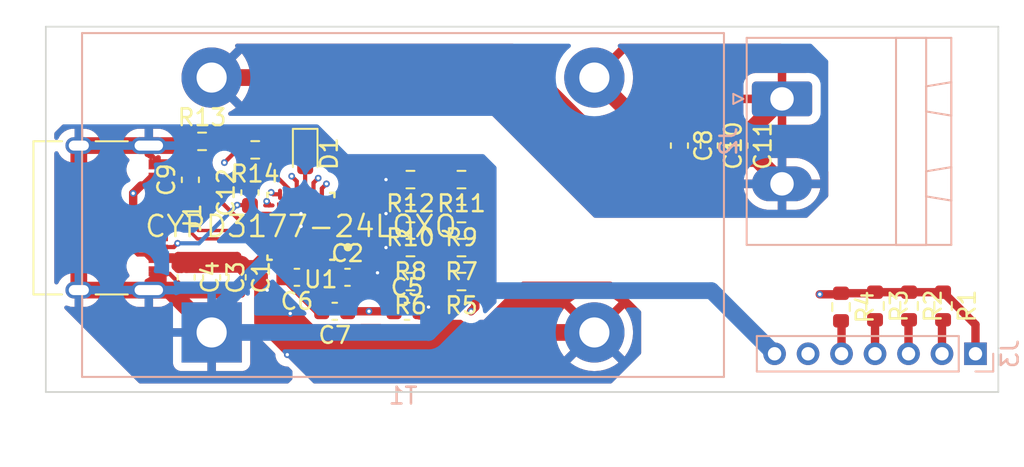
<source format=kicad_pcb>
(kicad_pcb (version 20211014) (generator pcbnew)
  (layers (0 "F.Cu" signal) (1 "In1.Cu" signal) (2 "In2.Cu" signal) (31 "B.Cu" signal) (34 "B.Paste" user) (35 "F.Paste" user) (36 "B.SilkS" user "B.Silkscreen") (37 "F.SilkS" user "F.Silkscreen") (38 "B.Mask" user) (39 "F.Mask" user) (44 "Edge.Cuts" user))
  (net 0 "")
  (net 1 "VBUS_IN")
  (net 2 "GND")
  (net 3 "+1V8")
  (net 4 "+3V3")
  (net 5 "VBUS_OUT")
  (net 6 "GND2")
  (net 7 "CC1")
  (net 8 "CC2")
  (net 9 "Net-(D1-Pad1)")
  (net 10 "Net-(D1-Pad2)")
  (net 12 "D+")
  (net 13 "D-")
  (net 15 "HPI_INT")
  (net 16 "GPIO_1")
  (net 17 "FLIP")
  (net 18 "HPI_SDA")
  (net 19 "HPI_SCL")
  (net 20 "VBUS_MIN")
  (net 21 "VBUS_MAX")
  (net 22 "ISNK_COURSE")
  (net 23 "ISNK_FINE")
  (net 24 "Net-(R14-Pad1)")
  (footprint "Connector_USB:USB_C_Receptacle_XKB_U262-16XN-4BVC11" (layer "F.Cu") (at 53.34 78.74 -90)
    (fp_text reference "J1" (at 0 -5.715 90) (layer "F.SilkS"))
    (fp_text value "USB_C_Receptacle_USB2.0")
    (fp_line (start 4.58 3.785) (end -4.58 3.785) (layer "F.SilkS") (width 0.12))
    (fp_line (start 4.58 2.08) (end 4.58 3.785) (layer "F.SilkS") (width 0.12))
    (fp_line (start -4.58 3.785) (end -4.58 2.08) (layer "F.SilkS") (width 0.12))
    (fp_line (start 4.58 0.07) (end 4.58 -1.85) (layer "F.SilkS") (width 0.12))
    (fp_line (start -4.58 -1.85) (end -4.58 0.07) (layer "F.SilkS") (width 0.12))
    (pad "" np_thru_hole circle locked (at -2.89 -2.605 270) (size 0.65 0.65) (drill 0.65) (layers *.Cu *.Mask))
    (pad "" np_thru_hole circle locked (at 2.89 -2.605 270) (size 0.65 0.65) (drill 0.65) (layers *.Cu *.Mask))
    (pad "A1" smd rect locked (at -3.35 -3.67 270) (size 0.3 1.15) (layers "F.Cu" "F.Paste" "F.Mask") (net 2 "GND"))
    (pad "A4" smd rect locked (at -2.55 -3.67 270) (size 0.3 1.15) (layers "F.Cu" "F.Paste" "F.Mask") (net 1 "VBUS_IN"))
    (pad "A5" smd rect locked (at -1.25 -3.67 270) (size 0.3 1.15) (layers "F.Cu" "F.Paste" "F.Mask") (net 7 "CC1"))
    (pad "A6" smd rect locked (at -0.25 -3.67 270) (size 0.3 1.15) (layers "F.Cu" "F.Paste" "F.Mask") (net 12 "D+"))
    (pad "A7" smd rect locked (at 0.25 -3.67 270) (size 0.3 1.15) (layers "F.Cu" "F.Paste" "F.Mask") (net 13 "D-"))
    (pad "A8" smd rect locked (at 1.25 -3.67 270) (size 0.3 1.15) (layers "F.Cu" "F.Paste" "F.Mask"))
    (pad "A9" smd rect locked (at 2.55 -3.67 270) (size 0.3 1.15) (layers "F.Cu" "F.Paste" "F.Mask") (net 1 "VBUS_IN"))
    (pad "A12" smd rect locked (at 3.35 -3.67 270) (size 0.3 1.15) (layers "F.Cu" "F.Paste" "F.Mask") (net 2 "GND"))
    (pad "B1" smd rect locked (at 3.05 -3.67 270) (size 0.3 1.15) (layers "F.Cu" "F.Paste" "F.Mask") (net 2 "GND"))
    (pad "B4" smd rect locked (at 2.25 -3.67 270) (size 0.3 1.15) (layers "F.Cu" "F.Paste" "F.Mask") (net 1 "VBUS_IN"))
    (pad "B5" smd rect locked (at 1.75 -3.67 270) (size 0.3 1.15) (layers "F.Cu" "F.Paste" "F.Mask") (net 8 "CC2"))
    (pad "B6" smd rect locked (at 0.75 -3.67 270) (size 0.3 1.15) (layers "F.Cu" "F.Paste" "F.Mask") (net 12 "D+"))
    (pad "B7" smd rect locked (at -0.75 -3.67 270) (size 0.3 1.15) (layers "F.Cu" "F.Paste" "F.Mask") (net 13 "D-"))
    (pad "B8" smd rect locked (at -1.75 -3.67 270) (size 0.3 1.15) (layers "F.Cu" "F.Paste" "F.Mask"))
    (pad "B9" smd rect locked (at -2.25 -3.67 270) (size 0.3 1.15) (layers "F.Cu" "F.Paste" "F.Mask") (net 1 "VBUS_IN"))
    (pad "B12" smd rect locked (at -3.05 -3.67 270) (size 0.3 1.15) (layers "F.Cu" "F.Paste" "F.Mask") (net 2 "GND"))
    (pad "S1" thru_hole oval locked (at -4.32 1.075 270) (size 1 1.6) (drill oval 0.6 1.2) (layers *.Cu *.Mask) (net 2 "GND"))
    (pad "S1" thru_hole oval locked (at -4.32 -3.105 270) (size 1 2.1) (drill oval 0.6 1.7) (layers *.Cu *.Mask) (net 2 "GND"))
    (pad "S1" thru_hole oval locked (at 4.32 1.075 270) (size 1 1.6) (drill oval 0.6 1.2) (layers *.Cu *.Mask) (net 2 "GND"))
    (pad "S1" thru_hole oval locked (at 4.32 -3.105 270) (size 1 2.1) (drill oval 0.6 1.7) (layers *.Cu *.Mask) (net 2 "GND"))
  )
  (footprint "Resistor_SMD:R_0603_1608Metric" (layer "F.Cu") (at 59.627 74.168)
    (fp_text reference "R13" (at 0 -1.43) (layer "F.SilkS"))
    (fp_text value "2.4k")
    (fp_line (start -0.237258 0.5225) (end 0.237258 0.5225) (layer "F.SilkS") (width 0.12))
    (fp_line (start -0.237258 -0.5225) (end 0.237258 -0.5225) (layer "F.SilkS") (width 0.12))
    (pad "1" smd roundrect locked (at -0.825 0) (size 0.8 0.95) (layers "F.Cu" "F.Paste" "F.Mask") (net 2 "GND"))
    (pad "2" smd roundrect locked (at 0.825 0) (size 0.8 0.95) (layers "F.Cu" "F.Paste" "F.Mask") (net 9 "Net-(D1-Pad1)"))
  )
  (footprint "Resistor_SMD:R_0603_1608Metric" (layer "F.Cu") (at 75.121 82.55 180)
    (fp_text reference "R5" (at 0 -1.43) (layer "F.SilkS"))
    (fp_text value "5.1k")
    (fp_line (start -0.237258 0.5225) (end 0.237258 0.5225) (layer "F.SilkS") (width 0.12))
    (fp_line (start -0.237258 -0.5225) (end 0.237258 -0.5225) (layer "F.SilkS") (width 0.12))
    (pad "1" smd roundrect locked (at -0.825 0 180) (size 0.8 0.95) (layers "F.Cu" "F.Paste" "F.Mask") (net 4 "+3V3"))
    (pad "2" smd roundrect locked (at 0.825 0 180) (size 0.8 0.95) (layers "F.Cu" "F.Paste" "F.Mask") (net 20 "VBUS_MIN"))
  )
  (footprint "Resistor_SMD:R_0603_1608Metric" (layer "F.Cu") (at 72.073 76.454 180)
    (fp_text reference "R12" (at 0 -1.43) (layer "F.SilkS"))
    (fp_text value "DNP")
    (fp_line (start -0.237258 -0.5225) (end 0.237258 -0.5225) (layer "F.SilkS") (width 0.12))
    (fp_line (start -0.237258 0.5225) (end 0.237258 0.5225) (layer "F.SilkS") (width 0.12))
    (pad "1" smd roundrect locked (at -0.825 0 180) (size 0.8 0.95) (layers "F.Cu" "F.Paste" "F.Mask") (net 23 "ISNK_FINE"))
    (pad "2" smd roundrect locked (at 0.825 0 180) (size 0.8 0.95) (layers "F.Cu" "F.Paste" "F.Mask") (net 2 "GND"))
  )
  (footprint "Resistor_SMD:R_0603_1608Metric" (layer "F.Cu") (at 103.886 84.011 -90)
    (fp_text reference "R1" (at 0 -1.43 90) (layer "F.SilkS"))
    (fp_text value "10k")
    (fp_line (start -0.237258 -0.5225) (end 0.237258 -0.5225) (layer "F.SilkS") (width 0.12))
    (fp_line (start -0.237258 0.5225) (end 0.237258 0.5225) (layer "F.SilkS") (width 0.12))
    (pad "1" smd roundrect locked (at -0.825 0 270) (size 0.8 0.95) (layers "F.Cu" "F.Paste" "F.Mask") (net 4 "+3V3"))
    (pad "2" smd roundrect locked (at 0.825 0 270) (size 0.8 0.95) (layers "F.Cu" "F.Paste" "F.Mask") (net 15 "HPI_INT"))
  )
  (footprint "Capacitor_SMD:C_0603_1608Metric" (layer "F.Cu") (at 65.291 82.296 180)
    (fp_text reference "C6" (at 0 -1.43) (layer "F.SilkS"))
    (fp_text value "0.1u")
    (fp_line (start -0.14058 0.51) (end 0.14058 0.51) (layer "F.SilkS") (width 0.12))
    (fp_line (start -0.14058 -0.51) (end 0.14058 -0.51) (layer "F.SilkS") (width 0.12))
    (pad "1" smd roundrect locked (at -0.775 0 180) (size 0.9 0.95) (layers "F.Cu" "F.Paste" "F.Mask") (net 4 "+3V3"))
    (pad "2" smd roundrect locked (at 0.775 0 180) (size 0.9 0.95) (layers "F.Cu" "F.Paste" "F.Mask") (net 2 "GND"))
  )
  (footprint "Capacitor_SMD:C_0603_1608Metric" (layer "F.Cu") (at 89.916 74.422 -90)
    (fp_text reference "C10" (at 0 -1.43 90) (layer "F.SilkS"))
    (fp_text value "1u")
    (fp_line (start -0.14058 0.51) (end 0.14058 0.51) (layer "F.SilkS") (width 0.12))
    (fp_line (start -0.14058 -0.51) (end 0.14058 -0.51) (layer "F.SilkS") (width 0.12))
    (pad "1" smd roundrect locked (at -0.775 0 270) (size 0.9 0.95) (layers "F.Cu" "F.Paste" "F.Mask") (net 5 "VBUS_OUT"))
    (pad "2" smd roundrect locked (at 0.775 0 270) (size 0.9 0.95) (layers "F.Cu" "F.Paste" "F.Mask") (net 6 "GND2"))
  )
  (footprint "Resistor_SMD:R_0603_1608Metric" (layer "F.Cu") (at 72.073 78.486 180)
    (fp_text reference "R10" (at 0 -1.43) (layer "F.SilkS"))
    (fp_text value "5.1k")
    (fp_line (start -0.237258 0.5225) (end 0.237258 0.5225) (layer "F.SilkS") (width 0.12))
    (fp_line (start -0.237258 -0.5225) (end 0.237258 -0.5225) (layer "F.SilkS") (width 0.12))
    (pad "1" smd roundrect locked (at -0.825 0 180) (size 0.8 0.95) (layers "F.Cu" "F.Paste" "F.Mask") (net 22 "ISNK_COURSE"))
    (pad "2" smd roundrect locked (at 0.825 0 180) (size 0.8 0.95) (layers "F.Cu" "F.Paste" "F.Mask") (net 2 "GND"))
  )
  (footprint "LED_SMD:LED_0603_1608Metric" (layer "F.Cu") (at 65.786 74.9045 -90)
    (fp_text reference "D1" (at 0 -1.43 90) (layer "F.SilkS"))
    (fp_text value "LED")
    (fp_line (start -1.485 -0.735) (end -1.485 0.735) (layer "F.SilkS") (width 0.12))
    (fp_line (start -1.485 0.735) (end 0.8 0.735) (layer "F.SilkS") (width 0.12))
    (fp_line (start 0.8 -0.735) (end -1.485 -0.735) (layer "F.SilkS") (width 0.12))
    (pad "1" smd roundrect locked (at -0.7875 0 270) (size 0.875 0.95) (layers "F.Cu" "F.Paste" "F.Mask") (net 9 "Net-(D1-Pad1)"))
    (pad "2" smd roundrect locked (at 0.7875 0 270) (size 0.875 0.95) (layers "F.Cu" "F.Paste" "F.Mask") (net 10 "Net-(D1-Pad2)"))
  )
  (footprint "Capacitor_SMD:C_0603_1608Metric" (layer "F.Cu") (at 88.138 74.422 -90)
    (fp_text reference "C8" (at 0 -1.43 90) (layer "F.SilkS"))
    (fp_text value "10u")
    (fp_line (start -0.14058 -0.51) (end 0.14058 -0.51) (layer "F.SilkS") (width 0.12))
    (fp_line (start -0.14058 0.51) (end 0.14058 0.51) (layer "F.SilkS") (width 0.12))
    (pad "1" smd roundrect locked (at -0.775 0 270) (size 0.9 0.95) (layers "F.Cu" "F.Paste" "F.Mask") (net 5 "VBUS_OUT"))
    (pad "2" smd roundrect locked (at 0.775 0 270) (size 0.9 0.95) (layers "F.Cu" "F.Paste" "F.Mask") (net 6 "GND2"))
  )
  (footprint "Capacitor_SMD:C_0603_1608Metric" (layer "F.Cu") (at 58.674 82.296 -90)
    (fp_text reference "C4" (at 0 -1.43 90) (layer "F.SilkS"))
    (fp_text value "10n")
    (fp_line (start -0.14058 -0.51) (end 0.14058 -0.51) (layer "F.SilkS") (width 0.12))
    (fp_line (start -0.14058 0.51) (end 0.14058 0.51) (layer "F.SilkS") (width 0.12))
    (pad "1" smd roundrect locked (at -0.775 0 270) (size 0.9 0.95) (layers "F.Cu" "F.Paste" "F.Mask") (net 1 "VBUS_IN"))
    (pad "2" smd roundrect locked (at 0.775 0 270) (size 0.9 0.95) (layers "F.Cu" "F.Paste" "F.Mask") (net 2 "GND"))
  )
  (footprint "Resistor_SMD:R_0603_1608Metric" (layer "F.Cu") (at 97.79 84.074 -90)
    (fp_text reference "R4" (at 0 -1.43 90) (layer "F.SilkS"))
    (fp_text value "10k")
    (fp_line (start -0.237258 -0.5225) (end 0.237258 -0.5225) (layer "F.SilkS") (width 0.12))
    (fp_line (start -0.237258 0.5225) (end 0.237258 0.5225) (layer "F.SilkS") (width 0.12))
    (pad "1" smd roundrect locked (at -0.825 0 270) (size 0.8 0.95) (layers "F.Cu" "F.Paste" "F.Mask") (net 4 "+3V3"))
    (pad "2" smd roundrect locked (at 0.825 0 270) (size 0.8 0.95) (layers "F.Cu" "F.Paste" "F.Mask") (net 18 "HPI_SDA"))
  )
  (footprint "CYPD3177-24LQXQ:Cypress_Semiconductor-002-16934-0-C-IPC_C" (layer "F.Cu") (at 65.532 79.248 180)
    (fp_text reference "U1" (at -2.281065 -3.181065) (layer "F.SilkS") (effects (justify right)))
    (fp_text value "CYPD3177-24LQXQ" (at 0 0) (layer "F.SilkS") (effects (font (size 1.27 1.27))))
    (fp_line (start -2 2) (end -1.744641 2) (layer "F.SilkS") (width 0.15))
    (fp_line (start 2 -1.744641) (end 2 -2) (layer "F.SilkS") (width 0.15))
    (fp_line (start -2 2) (end -2 1.744642) (layer "F.SilkS") (width 0.15))
    (fp_line (start -2 -2) (end -1.744641 -2) (layer "F.SilkS") (width 0.15))
    (fp_line (start 1.744642 2) (end 2 2) (layer "F.SilkS") (width 0.15))
    (fp_line (start -2 -1.744641) (end -2 -2) (layer "F.SilkS") (width 0.15))
    (fp_line (start 2 2) (end 2 1.744642) (layer "F.SilkS") (width 0.15))
    (fp_line (start 1.744642 -2) (end 2 -2) (layer "F.SilkS") (width 0.15))
    (fp_circle (center -2.806065 -1.25) (end -2.681065 -1.25) (layer "F.SilkS") (width 0.25) (fill none))
    (pad "1" smd rect locked (at -1.915532 -1.25 180) (size 0.681065 0.239283) (layers "F.Cu" "F.Paste" "F.Mask") (net 20 "VBUS_MIN"))
    (pad "2" smd roundrect locked (at -1.915532 -0.75 180) (size 0.681065 0.239283) (layers "F.Cu" "F.Paste" "F.Mask") (roundrect_rratio 0.5) (net 21 "VBUS_MAX"))
    (pad "3" smd roundrect locked (at -1.915532 -0.25 180) (size 0.681065 0.239283) (layers "F.Cu" "F.Paste" "F.Mask") (roundrect_rratio 0.5))
    (pad "4" smd roundrect locked (at -1.915532 0.250001 180) (size 0.681065 0.239283) (layers "F.Cu" "F.Paste" "F.Mask") (roundrect_rratio 0.5))
    (pad "5" smd roundrect locked (at -1.915532 0.750001 180) (size 0.681065 0.239283) (layers "F.Cu" "F.Paste" "F.Mask") (roundrect_rratio 0.5) (net 22 "ISNK_COURSE"))
    (pad "6" smd roundrect locked (at -1.915532 1.250001 180) (size 0.681065 0.239283) (layers "F.Cu" "F.Paste" "F.Mask") (roundrect_rratio 0.5) (net 23 "ISNK_FINE"))
    (pad "7" smd roundrect locked (at -1.25 1.915533 180) (size 0.239283 0.681065) (layers "F.Cu" "F.Paste" "F.Mask") (roundrect_rratio 0.5) (net 15 "HPI_INT"))
    (pad "8" smd roundrect locked (at -0.75 1.915533 180) (size 0.239283 0.681065) (layers "F.Cu" "F.Paste" "F.Mask") (roundrect_rratio 0.5) (net 16 "GPIO_1"))
    (pad "9" smd roundrect locked (at -0.25 1.915533 180) (size 0.239283 0.681065) (layers "F.Cu" "F.Paste" "F.Mask") (roundrect_rratio 0.5) (net 10 "Net-(D1-Pad2)"))
    (pad "10" smd roundrect locked (at 0.250001 1.915533 180) (size 0.239283 0.681065) (layers "F.Cu" "F.Paste" "F.Mask") (roundrect_rratio 0.5) (net 17 "FLIP"))
    (pad "11" smd roundrect locked (at 0.750001 1.915533 180) (size 0.239283 0.681065) (layers "F.Cu" "F.Paste" "F.Mask") (roundrect_rratio 0.5) (net 24 "Net-(R14-Pad1)"))
    (pad "12" smd roundrect locked (at 1.250001 1.915533 180) (size 0.239283 0.681065) (layers "F.Cu" "F.Paste" "F.Mask") (roundrect_rratio 0.5) (net 18 "HPI_SDA"))
    (pad "13" smd roundrect locked (at 1.915533 1.250001 180) (size 0.681065 0.239283) (layers "F.Cu" "F.Paste" "F.Mask") (roundrect_rratio 0.5) (net 19 "HPI_SCL"))
    (pad "14" smd roundrect locked (at 1.915533 0.750001 180) (size 0.681065 0.239283) (layers "F.Cu" "F.Paste" "F.Mask") (roundrect_rratio 0.5) (net 8 "CC2"))
    (pad "15" smd roundrect locked (at 1.915533 0.250001 180) (size 0.681065 0.239283) (layers "F.Cu" "F.Paste" "F.Mask") (roundrect_rratio 0.5) (net 7 "CC1"))
    (pad "16" smd roundrect locked (at 1.915533 -0.25 180) (size 0.681065 0.239283) (layers "F.Cu" "F.Paste" "F.Mask") (roundrect_rratio 0.5) (net 13 "D-"))
    (pad "17" smd roundrect locked (at 1.915533 -0.75 180) (size 0.681065 0.239283) (layers "F.Cu" "F.Paste" "F.Mask") (roundrect_rratio 0.5) (net 12 "D+"))
    (pad "18" smd roundrect locked (at 1.915533 -1.25 180) (size 0.681065 0.239283) (layers "F.Cu" "F.Paste" "F.Mask") (roundrect_rratio 0.5) (net 1 "VBUS_IN"))
    (pad "19" smd roundrect locked (at 1.250001 -1.915532 180) (size 0.239283 0.681065) (layers "F.Cu" "F.Paste" "F.Mask") (roundrect_rratio 0.5) (net 2 "GND"))
    (pad "20" smd roundrect locked (at 0.750001 -1.915532 180) (size 0.239283 0.681065) (layers "F.Cu" "F.Paste" "F.Mask") (roundrect_rratio 0.5))
    (pad "21" smd roundrect locked (at 0.250001 -1.915532 180) (size 0.239283 0.681065) (layers "F.Cu" "F.Paste" "F.Mask") (roundrect_rratio 0.5))
    (pad "22" smd roundrect locked (at -0.25 -1.915532 180) (size 0.239283 0.681065) (layers "F.Cu" "F.Paste" "F.Mask") (roundrect_rratio 0.5) (net 2 "GND"))
    (pad "23" smd roundrect locked (at -0.75 -1.915532 180) (size 0.239283 0.681065) (layers "F.Cu" "F.Paste" "F.Mask") (roundrect_rratio 0.5) (net 4 "+3V3"))
    (pad "24" smd roundrect locked (at -1.25 -1.915532 180) (size 0.239283 0.681065) (layers "F.Cu" "F.Paste" "F.Mask") (roundrect_rratio 0.5) (net 3 "+1V8"))
    (pad "25" smd rect locked (at 0 0 180) (size 2.85 2.85) (layers "F.Cu" "F.Mask") (net 2 "GND"))
  )
  (footprint "Capacitor_SMD:C_0603_1608Metric" (layer "F.Cu") (at 91.694 74.422 -90)
    (fp_text reference "C11" (at 0 -1.43 90) (layer "F.SilkS"))
    (fp_text value "0.1u")
    (fp_line (start -0.14058 -0.51) (end 0.14058 -0.51) (layer "F.SilkS") (width 0.12))
    (fp_line (start -0.14058 0.51) (end 0.14058 0.51) (layer "F.SilkS") (width 0.12))
    (pad "1" smd roundrect locked (at -0.775 0 270) (size 0.9 0.95) (layers "F.Cu" "F.Paste" "F.Mask") (net 5 "VBUS_OUT"))
    (pad "2" smd roundrect locked (at 0.775 0 270) (size 0.9 0.95) (layers "F.Cu" "F.Paste" "F.Mask") (net 6 "GND2"))
  )
  (footprint "Resistor_SMD:R_0603_1608Metric" (layer "F.Cu") (at 75.121 76.454 180)
    (fp_text reference "R11" (at 0 -1.43) (layer "F.SilkS"))
    (fp_text value "5.1k")
    (fp_line (start -0.237258 0.5225) (end 0.237258 0.5225) (layer "F.SilkS") (width 0.12))
    (fp_line (start -0.237258 -0.5225) (end 0.237258 -0.5225) (layer "F.SilkS") (width 0.12))
    (pad "1" smd roundrect locked (at -0.825 0 180) (size 0.8 0.95) (layers "F.Cu" "F.Paste" "F.Mask") (net 4 "+3V3"))
    (pad "2" smd roundrect locked (at 0.825 0 180) (size 0.8 0.95) (layers "F.Cu" "F.Paste" "F.Mask") (net 23 "ISNK_FINE"))
  )
  (footprint "Resistor_SMD:R_0603_1608Metric" (layer "F.Cu") (at 75.121 78.486 180)
    (fp_text reference "R9" (at 0 -1.43) (layer "F.SilkS"))
    (fp_text value "DNP")
    (fp_line (start -0.237258 -0.5225) (end 0.237258 -0.5225) (layer "F.SilkS") (width 0.12))
    (fp_line (start -0.237258 0.5225) (end 0.237258 0.5225) (layer "F.SilkS") (width 0.12))
    (pad "1" smd roundrect locked (at -0.825 0 180) (size 0.8 0.95) (layers "F.Cu" "F.Paste" "F.Mask") (net 4 "+3V3"))
    (pad "2" smd roundrect locked (at 0.825 0 180) (size 0.8 0.95) (layers "F.Cu" "F.Paste" "F.Mask") (net 22 "ISNK_COURSE"))
  )
  (footprint "Capacitor_SMD:C_0603_1608Metric" (layer "F.Cu") (at 67.551 84.328 180)
    (fp_text reference "C7" (at 0 -1.43) (layer "F.SilkS"))
    (fp_text value "0.1u")
    (fp_line (start -0.14058 0.51) (end 0.14058 0.51) (layer "F.SilkS") (width 0.12))
    (fp_line (start -0.14058 -0.51) (end 0.14058 -0.51) (layer "F.SilkS") (width 0.12))
    (pad "1" smd roundrect locked (at -0.775 0 180) (size 0.9 0.95) (layers "F.Cu" "F.Paste" "F.Mask") (net 4 "+3V3"))
    (pad "2" smd roundrect locked (at 0.775 0 180) (size 0.9 0.95) (layers "F.Cu" "F.Paste" "F.Mask") (net 2 "GND"))
  )
  (footprint "Resistor_SMD:R_0603_1608Metric" (layer "F.Cu") (at 62.801 74.676 180)
    (fp_text reference "R14" (at 0 -1.43) (layer "F.SilkS"))
    (fp_text value "0")
    (fp_line (start -0.237258 0.5225) (end 0.237258 0.5225) (layer "F.SilkS") (width 0.12))
    (fp_line (start -0.237258 -0.5225) (end 0.237258 -0.5225) (layer "F.SilkS") (width 0.12))
    (pad "1" smd roundrect locked (at -0.825 0 180) (size 0.8 0.95) (layers "F.Cu" "F.Paste" "F.Mask") (net 24 "Net-(R14-Pad1)"))
    (pad "2" smd roundrect locked (at 0.825 0 180) (size 0.8 0.95) (layers "F.Cu" "F.Paste" "F.Mask") (net 1 "VBUS_IN"))
  )
  (footprint "Resistor_SMD:R_0603_1608Metric" (layer "F.Cu") (at 75.121 80.518 180)
    (fp_text reference "R7" (at 0 -1.43) (layer "F.SilkS"))
    (fp_text value "DNP")
    (fp_line (start -0.237258 0.5225) (end 0.237258 0.5225) (layer "F.SilkS") (width 0.12))
    (fp_line (start -0.237258 -0.5225) (end 0.237258 -0.5225) (layer "F.SilkS") (width 0.12))
    (pad "1" smd roundrect locked (at -0.825 0 180) (size 0.8 0.95) (layers "F.Cu" "F.Paste" "F.Mask") (net 4 "+3V3"))
    (pad "2" smd roundrect locked (at 0.825 0 180) (size 0.8 0.95) (layers "F.Cu" "F.Paste" "F.Mask") (net 21 "VBUS_MAX"))
  )
  (footprint "Resistor_SMD:R_0603_1608Metric" (layer "F.Cu") (at 72.073 80.518 180)
    (fp_text reference "R8" (at 0 -1.43) (layer "F.SilkS"))
    (fp_text value "5.1k")
    (fp_line (start -0.237258 0.5225) (end 0.237258 0.5225) (layer "F.SilkS") (width 0.12))
    (fp_line (start -0.237258 -0.5225) (end 0.237258 -0.5225) (layer "F.SilkS") (width 0.12))
    (pad "1" smd roundrect locked (at -0.825 0 180) (size 0.8 0.95) (layers "F.Cu" "F.Paste" "F.Mask") (net 21 "VBUS_MAX"))
    (pad "2" smd roundrect locked (at 0.825 0 180) (size 0.8 0.95) (layers "F.Cu" "F.Paste" "F.Mask") (net 2 "GND"))
  )
  (footprint "Capacitor_SMD:C_0603_1608Metric" (layer "F.Cu") (at 68.313 82.296)
    (fp_text reference "C2" (at 0 -1.43) (layer "F.SilkS"))
    (fp_text value "1u")
    (fp_line (start -0.14058 0.51) (end 0.14058 0.51) (layer "F.SilkS") (width 0.12))
    (fp_line (start -0.14058 -0.51) (end 0.14058 -0.51) (layer "F.SilkS") (width 0.12))
    (pad "1" smd roundrect locked (at -0.775 0) (size 0.9 0.95) (layers "F.Cu" "F.Paste" "F.Mask") (net 3 "+1V8"))
    (pad "2" smd roundrect locked (at 0.775 0) (size 0.9 0.95) (layers "F.Cu" "F.Paste" "F.Mask") (net 2 "GND"))
  )
  (footprint "Resistor_SMD:R_0603_1608Metric" (layer "F.Cu") (at 101.854 84.011 -90)
    (fp_text reference "R2" (at 0 -1.43 90) (layer "F.SilkS"))
    (fp_text value "10k")
    (fp_line (start -0.237258 0.5225) (end 0.237258 0.5225) (layer "F.SilkS") (width 0.12))
    (fp_line (start -0.237258 -0.5225) (end 0.237258 -0.5225) (layer "F.SilkS") (width 0.12))
    (pad "1" smd roundrect locked (at -0.825 0 270) (size 0.8 0.95) (layers "F.Cu" "F.Paste" "F.Mask") (net 4 "+3V3"))
    (pad "2" smd roundrect locked (at 0.825 0 270) (size 0.8 0.95) (layers "F.Cu" "F.Paste" "F.Mask") (net 16 "GPIO_1"))
  )
  (footprint "Capacitor_SMD:C_0603_1608Metric" (layer "F.Cu") (at 60.198 82.309 -90)
    (fp_text reference "C3" (at 0 -1.43 90) (layer "F.SilkS"))
    (fp_text value "0.1u")
    (fp_line (start -0.14058 -0.51) (end 0.14058 -0.51) (layer "F.SilkS") (width 0.12))
    (fp_line (start -0.14058 0.51) (end 0.14058 0.51) (layer "F.SilkS") (width 0.12))
    (pad "1" smd roundrect locked (at -0.775 0 270) (size 0.9 0.95) (layers "F.Cu" "F.Paste" "F.Mask") (net 1 "VBUS_IN"))
    (pad "2" smd roundrect locked (at 0.775 0 270) (size 0.9 0.95) (layers "F.Cu" "F.Paste" "F.Mask") (net 2 "GND"))
  )
  (footprint "Capacitor_SMD:C_0603_1608Metric" (layer "F.Cu") (at 62.484 77.229 90)
    (fp_text reference "C12" (at 0 -1.43 90) (layer "F.SilkS"))
    (fp_text value "390p")
    (fp_line (start -0.14058 0.51) (end 0.14058 0.51) (layer "F.SilkS") (width 0.12))
    (fp_line (start -0.14058 -0.51) (end 0.14058 -0.51) (layer "F.SilkS") (width 0.12))
    (pad "1" smd roundrect locked (at -0.775 0 90) (size 0.9 0.95) (layers "F.Cu" "F.Paste" "F.Mask") (net 8 "CC2"))
    (pad "2" smd roundrect locked (at 0.775 0 90) (size 0.9 0.95) (layers "F.Cu" "F.Paste" "F.Mask") (net 2 "GND"))
  )
  (footprint "Capacitor_SMD:C_0603_1608Metric" (layer "F.Cu") (at 61.722 82.296 -90)
    (fp_text reference "C1" (at 0 -1.43 90) (layer "F.SilkS"))
    (fp_text value "3.3u")
    (fp_line (start -0.14058 0.51) (end 0.14058 0.51) (layer "F.SilkS") (width 0.12))
    (fp_line (start -0.14058 -0.51) (end 0.14058 -0.51) (layer "F.SilkS") (width 0.12))
    (pad "1" smd roundrect locked (at -0.775 0 270) (size 0.9 0.95) (layers "F.Cu" "F.Paste" "F.Mask") (net 1 "VBUS_IN"))
    (pad "2" smd roundrect locked (at 0.775 0 270) (size 0.9 0.95) (layers "F.Cu" "F.Paste" "F.Mask") (net 2 "GND"))
  )
  (footprint "Capacitor_SMD:C_0603_1608Metric" (layer "F.Cu") (at 71.869 84.328)
    (fp_text reference "C5" (at 0 -1.43) (layer "F.SilkS"))
    (fp_text value "1u")
    (fp_line (start -0.14058 0.51) (end 0.14058 0.51) (layer "F.SilkS") (width 0.12))
    (fp_line (start -0.14058 -0.51) (end 0.14058 -0.51) (layer "F.SilkS") (width 0.12))
    (pad "1" smd roundrect locked (at -0.775 0) (size 0.9 0.95) (layers "F.Cu" "F.Paste" "F.Mask") (net 4 "+3V3"))
    (pad "2" smd roundrect locked (at 0.775 0) (size 0.9 0.95) (layers "F.Cu" "F.Paste" "F.Mask") (net 2 "GND"))
  )
  (footprint "Capacitor_SMD:C_0603_1608Metric" (layer "F.Cu") (at 58.928 76.467 90)
    (fp_text reference "C9" (at 0 -1.43 90) (layer "F.SilkS"))
    (fp_text value "390p")
    (fp_line (start -0.14058 0.51) (end 0.14058 0.51) (layer "F.SilkS") (width 0.12))
    (fp_line (start -0.14058 -0.51) (end 0.14058 -0.51) (layer "F.SilkS") (width 0.12))
    (pad "1" smd roundrect locked (at -0.775 0 90) (size 0.9 0.95) (layers "F.Cu" "F.Paste" "F.Mask") (net 7 "CC1"))
    (pad "2" smd roundrect locked (at 0.775 0 90) (size 0.9 0.95) (layers "F.Cu" "F.Paste" "F.Mask") (net 2 "GND"))
  )
  (footprint "Resistor_SMD:R_0603_1608Metric" (layer "F.Cu") (at 99.822 84.011 -90)
    (fp_text reference "R3" (at 0 -1.43 90) (layer "F.SilkS"))
    (fp_text value "10k")
    (fp_line (start -0.237258 0.5225) (end 0.237258 0.5225) (layer "F.SilkS") (width 0.12))
    (fp_line (start -0.237258 -0.5225) (end 0.237258 -0.5225) (layer "F.SilkS") (width 0.12))
    (pad "1" smd roundrect locked (at -0.825 0 270) (size 0.8 0.95) (layers "F.Cu" "F.Paste" "F.Mask") (net 4 "+3V3"))
    (pad "2" smd roundrect locked (at 0.825 0 270) (size 0.8 0.95) (layers "F.Cu" "F.Paste" "F.Mask") (net 17 "FLIP"))
  )
  (footprint "Resistor_SMD:R_0603_1608Metric" (layer "F.Cu") (at 72.073 82.55 180)
    (fp_text reference "R6" (at 0 -1.43) (layer "F.SilkS"))
    (fp_text value "DNP")
    (fp_line (start -0.237258 0.5225) (end 0.237258 0.5225) (layer "F.SilkS") (width 0.12))
    (fp_line (start -0.237258 -0.5225) (end 0.237258 -0.5225) (layer "F.SilkS") (width 0.12))
    (pad "1" smd roundrect locked (at -0.825 0 180) (size 0.8 0.95) (layers "F.Cu" "F.Paste" "F.Mask") (net 20 "VBUS_MIN"))
    (pad "2" smd roundrect locked (at 0.825 0 180) (size 0.8 0.95) (layers "F.Cu" "F.Paste" "F.Mask") (net 2 "GND"))
  )
  (footprint "Connector_Phoenix_MSTB:PhoenixContact_MSTBA_2,5_2-G-5,08_1x02_P5.08mm_Horizontal" (layer "B.Cu") (at 94.2665 71.628 -90)
    (fp_text reference "J2" (at 2.54 3.2 90) (layer "B.SilkS") (effects (justify mirror)))
    (fp_text value "Conn_01x02_Female")
    (fp_line (start 0.3 2.91) (end 0 2.31) (layer "B.SilkS") (width 0.12))
    (fp_line (start 4.08 -10.11) (end 6.08 -10.11) (layer "B.SilkS") (width 0.12))
    (fp_line (start 6.08 -10.11) (end 5.83 -8.61) (layer "B.SilkS") (width 0.12))
    (fp_line (start 5.83 -8.61) (end 4.33 -8.61) (layer "B.SilkS") (width 0.12))
    (fp_line (start 8.73 -8.61) (end -3.65 -8.61) (layer "B.SilkS") (width 0.12))
    (fp_line (start -3.65 2.11) (end -3.65 -10.11) (layer "B.SilkS") (width 0.12))
    (fp_line (start -3.65 -6.81) (end 8.73 -6.81) (layer "B.SilkS") (width 0.12))
    (fp_line (start 4.33 -8.61) (end 4.08 -10.11) (layer "B.SilkS") (width 0.12))
    (fp_line (start 8.73 -10.11) (end 8.73 2.11) (layer "B.SilkS") (width 0.12))
    (fp_line (start -0.75 -8.61) (end -1 -10.11) (layer "B.SilkS") (width 0.12))
    (fp_line (start -1 -10.11) (end 1 -10.11) (layer "B.SilkS") (width 0.12))
    (fp_line (start -3.65 -8.61) (end -3.65 -6.81) (layer "B.SilkS") (width 0.12))
    (fp_line (start 0.75 -8.61) (end -0.75 -8.61) (layer "B.SilkS") (width 0.12))
    (fp_line (start 8.73 -6.81) (end 8.73 -8.61) (layer "B.SilkS") (width 0.12))
    (fp_line (start 0 2.31) (end -0.3 2.91) (layer "B.SilkS") (width 0.12))
    (fp_line (start -0.3 2.91) (end 0.3 2.91) (layer "B.SilkS") (width 0.12))
    (fp_line (start 1 -10.11) (end 0.75 -8.61) (layer "B.SilkS") (width 0.12))
    (fp_line (start 8.73 2.11) (end -3.65 2.11) (layer "B.SilkS") (width 0.12))
    (fp_line (start -3.65 -10.11) (end 8.73 -10.11) (layer "B.SilkS") (width 0.12))
    (pad "1" thru_hole roundrect locked (at 0 0 270) (size 2.08 3.6) (drill 1.4) (layers *.Cu *.Mask) (roundrect_rratio 0.1201918269) (net 5 "VBUS_OUT"))
    (pad "2" thru_hole oval locked (at 5.08 0 270) (size 2.08 3.6) (drill 1.4) (layers *.Cu *.Mask) (net 6 "GND2"))
  )
  (footprint "Inductor_THT:L_CommonMode_Toroid_Vertical_L38.1mm_W20.3mm_Px15.24mm_Py22.86mm_Bourns_8100" (layer "B.Cu") (at 60.198 85.593)
    (fp_text reference "T1" (at 11.43 3.79) (layer "B.SilkS") (effects (justify mirror)))
    (fp_text value "Transformer_1P_1S")
    (fp_line (start -7.74 -17.9) (end 30.6 -17.9) (layer "B.SilkS") (width 0.12))
    (fp_line (start 30.6 2.66) (end 30.6 -17.9) (layer "B.SilkS") (width 0.12))
    (fp_line (start -7.74 2.66) (end -7.74 -17.9) (layer "B.SilkS") (width 0.12))
    (fp_line (start -7.74 2.66) (end 30.6 2.66) (layer "B.SilkS") (width 0.12))
    (pad "1" thru_hole rect locked (at 0 0) (size 3.6 3.6) (drill 1.8) (layers *.Cu *.Mask) (net 2 "GND"))
    (pad "2" thru_hole circle locked (at 0 -15.24) (size 3.6 3.6) (drill 1.8) (layers *.Cu *.Mask) (net 6 "GND2"))
    (pad "3" thru_hole circle locked (at 22.86 -15.24) (size 3.6 3.6) (drill 1.8) (layers *.Cu *.Mask) (net 5 "VBUS_OUT"))
    (pad "4" thru_hole circle locked (at 22.86 0) (size 3.6 3.6) (drill 1.8) (layers *.Cu *.Mask) (net 1 "VBUS_IN"))
  )
  (footprint "Connector_PinHeader_2.00mm:PinHeader_1x07_P2.00mm_Vertical" (layer "B.Cu") (at 105.822 86.868 90)
    (fp_text reference "J3" (at 0 2.06 90) (layer "B.SilkS") (effects (justify mirror)))
    (fp_text value "Conn_01x07_Male")
    (fp_line (start -1.06 -1) (end -1.06 -13.06) (layer "B.SilkS") (width 0.12))
    (fp_line (start -1.06 1.06) (end 0 1.06) (layer "B.SilkS") (width 0.12))
    (fp_line (start 1.06 -1) (end 1.06 -13.06) (layer "B.SilkS") (width 0.12))
    (fp_line (start -1.06 -13.06) (end 1.06 -13.06) (layer "B.SilkS") (width 0.12))
    (fp_line (start -1.06 -1) (end 1.06 -1) (layer "B.SilkS") (width 0.12))
    (fp_line (start -1.06 0) (end -1.06 1.06) (layer "B.SilkS") (width 0.12))
    (pad "1" thru_hole rect locked (at 0 0 90) (size 1.35 1.35) (drill 0.8) (layers *.Cu *.Mask) (net 4 "+3V3"))
    (pad "2" thru_hole oval locked (at 0 -2 90) (size 1.35 1.35) (drill 0.8) (layers *.Cu *.Mask) (net 15 "HPI_INT"))
    (pad "3" thru_hole oval locked (at 0 -4 90) (size 1.35 1.35) (drill 0.8) (layers *.Cu *.Mask) (net 16 "GPIO_1"))
    (pad "4" thru_hole oval locked (at 0 -6 90) (size 1.35 1.35) (drill 0.8) (layers *.Cu *.Mask) (net 17 "FLIP"))
    (pad "5" thru_hole oval locked (at 0 -8 90) (size 1.35 1.35) (drill 0.8) (layers *.Cu *.Mask) (net 18 "HPI_SDA"))
    (pad "6" thru_hole oval locked (at 0 -10 90) (size 1.35 1.35) (drill 0.8) (layers *.Cu *.Mask) (net 19 "HPI_SCL"))
    (pad "7" thru_hole oval locked (at 0 -12 90) (size 1.35 1.35) (drill 0.8) (layers *.Cu *.Mask) (net 2 "GND"))
  )
  (gr_line (start 107.188 67.564) (end 107.188 67.31) (layer "Edge.Cuts") (width 0.1))
  (gr_line (start 50.292 89.154) (end 107.188 89.154) (layer "Edge.Cuts") (width 0.1))
  (gr_line (start 107.188 67.31) (end 50.292 67.31) (layer "Edge.Cuts") (width 0.1))
  (gr_line (start 107.188 89.154) (end 107.188 67.564) (layer "Edge.Cuts") (width 0.1))
  (gr_line (start 50.292 67.31) (end 50.292 89.154) (layer "Edge.Cuts") (width 0.1))
  (segment (start 57.01 81.29) (end 58.443 81.29) (width 0.25) (layer "F.Cu") (net 1))
  (segment (start 58.034511 81.190489) (end 58.343489 81.190489) (width 0.5) (layer "F.Cu") (net 1))
  (segment (start 58.443 81.29) (end 58.674 81.521) (width 0.25) (layer "F.Cu") (net 1))
  (segment (start 57.01 76.19) (end 56.594273 76.19) (width 0.25) (layer "F.Cu") (net 1))
  (segment (start 58.057747 81.642253) (end 58.057747 81.213725) (width 0.5) (layer "F.Cu") (net 1))
  (segment (start 55.510987 77.273286) (end 55.510987 80.656987) (width 0.5) (layer "F.Cu") (net 1))
  (segment (start 61.976 74.676) (end 61.722 74.676) (width 0.25) (layer "F.Cu") (net 1))
  (segment (start 61.722 81.521) (end 60.211 81.521) (width 1) (layer "F.Cu") (net 1))
  (segment (start 58.203494 81.788) (end 58.057747 81.642253) (width 0.5) (layer "F.Cu") (net 1))
  (segment (start 62.593467 81.521) (end 63.616467 80.498) (width 0.25) (layer "F.Cu") (net 1))
  (segment (start 61.954468 81.521) (end 64.892734 84.459266) (width 1) (layer "F.Cu") (net 1))
  (segment (start 61.722 81.521) (end 62.593467 81.521) (width 0.25) (layer "F.Cu") (net 1))
  (segment (start 57.01 80.99) (end 58.143 80.99) (width 0.25) (layer "F.Cu") (net 1))
  (segment (start 57.884022 80.99) (end 57.01 80.99) (width 0.25) (layer "F.Cu") (net 1))
  (segment (start 55.510987 77.273286) (end 55.510988 77.273286) (width 0.5) (layer "F.Cu") (net 1))
  (segment (start 61.722 81.026) (end 58.199 81.026) (width 0.5) (layer "F.Cu") (net 1))
  (segment (start 61.722 74.676) (end 60.96 75.438) (width 0.25) (layer "F.Cu") (net 1))
  (segment (start 63.5165 83.062266) (end 63.5165 83.083032) (width 0.25) (layer "F.Cu") (net 1))
  (segment (start 60.211 81.521) (end 60.198 81.534) (width 1) (layer "F.Cu") (net 1))
  (segment (start 55.784479 80.930479) (end 56.234752 80.930479) (width 0.25) (layer "F.Cu") (net 1))
  (segment (start 58.674 81.521) (end 58.407 81.788) (width 0.5) (layer "F.Cu") (net 1))
  (segment (start 66.026468 85.593) (end 83.058 85.593) (width 1) (layer "F.Cu") (net 1))
  (segment (start 58.143 80.99) (end 58.674 81.521) (width 0.25) (layer "F.Cu") (net 1))
  (segment (start 58.407 81.788) (end 58.203494 81.788) (width 0.5) (layer "F.Cu") (net 1))
  (segment (start 58.687 81.534) (end 58.674 81.521) (width 1) (layer "F.Cu") (net 1))
  (segment (start 61.722 81.521) (end 61.954468 81.521) (width 1) (layer "F.Cu") (net 1))
  (segment (start 58.343489 81.190489) (end 58.674 81.521) (width 0.5) (layer "F.Cu") (net 1))
  (segment (start 64.892734 84.459266) (end 66.026468 85.593) (width 1) (layer "F.Cu") (net 1))
  (segment (start 55.510988 77.273286) (end 55.978137 76.806137) (width 0.5) (layer "F.Cu") (net 1))
  (segment (start 56.594273 81.29) (end 57.01 81.29) (width 0.25) (layer "F.Cu") (net 1))
  (segment (start 56.234752 80.930479) (end 56.594273 81.29) (width 0.25) (layer "F.Cu") (net 1))
  (segment (start 64.716264 84.635736) (end 64.716264 86.921737) (width 0.25) (layer "F.Cu") (net 1))
  (segment (start 56.594273 76.19) (end 55.978137 76.806137) (width 0.25) (layer "F.Cu") (net 1))
  (segment (start 64.892734 84.459266) (end 64.716264 84.635736) (width 0.25) (layer "F.Cu") (net 1))
  (segment (start 60.198 81.534) (end 58.687 81.534) (width 1) (layer "F.Cu") (net 1))
  (segment (start 58.057747 81.213725) (end 58.034511 81.190489) (width 0.5) (layer "F.Cu") (net 1))
  (segment (start 58.199 81.026) (end 58.034511 81.190489) (width 0.5) (layer "F.Cu") (net 1))
  (segment (start 61.975234 81.521) (end 63.5165 83.062266) (width 1) (layer "F.Cu") (net 1))
  (segment (start 58.343489 81.190489) (end 57.01 81.190489) (width 0.5) (layer "F.Cu") (net 1))
  (segment (start 63.5165 83.083032) (end 64.892734 84.459266) (width 0.25) (layer "F.Cu") (net 1))
  (segment (start 61.722 81.521) (end 61.722 81.026) (width 0.5) (layer "F.Cu") (net 1))
  (segment (start 55.510987 80.656987) (end 55.784479 80.930479) (width 0.25) (layer "F.Cu") (net 1))
  (segment (start 61.722 81.521) (end 61.975234 81.521) (width 1) (layer "F.Cu") (net 1))
  (via (at 63.5165 83.062266) (size 0.4) (drill 0.2) (layers "F.Cu" "B.Cu") (net 1))
  (via (at 55.510987 77.273286) (size 0.4) (drill 0.2) (layers "F.Cu" "B.Cu") (net 1))
  (via (at 64.892734 84.459266) (size 0.4) (drill 0.2) (layers "F.Cu" "B.Cu") (net 1))
  (via (at 60.96 75.438) (size 0.4) (drill 0.2) (layers "F.Cu" "B.Cu") (net 1))
  (via (at 64.716264 86.921737) (size 0.4) (drill 0.2) (layers "F.Cu" "B.Cu") (net 1))
  (segment (start 57.01 82.495) (end 56.445 83.06) (width 0.5) (layer "F.Cu") (net 2))
  (segment (start 58.663 83.06) (end 58.674 83.071) (width 0.5) (layer "F.Cu") (net 2))
  (segment (start 57.01 82.495) (end 57.01 82.140009) (width 1) (layer "F.Cu") (net 2))
  (segment (start 65.782 79.498) (end 65.532 79.248) (width 0.25) (layer "F.Cu") (net 2))
  (segment (start 57.01 82.09) (end 57.01 82.495) (width 0.5) (layer "F.Cu") (net 2))
  (segment (start 56.445 74.42) (end 52.265 74.42) (width 1) (layer "F.Cu") (net 2))
  (segment (start 60.185 83.071) (end 60.198 83.084) (width 0.5) (layer "F.Cu") (net 2))
  (segment (start 58.55 74.42) (end 58.802 74.168) (width 1) (layer "F.Cu") (net 2))
  (segment (start 64.516 82.296) (end 66.548 84.328) (width 0.5) (layer "F.Cu") (net 2))
  (segment (start 71.248 80.518) (end 70.612 80.518) (width 0.5) (layer "F.Cu") (net 2))
  (segment (start 64.281999 80.498001) (end 65.532 79.248) (width 0.25) (layer "F.Cu") (net 2))
  (segment (start 58.802 75.566) (end 58.928 75.692) (width 1) (layer "F.Cu") (net 2))
  (segment (start 70.104 82.0255) (end 70.104 82.55) (width 0.5) (layer "F.Cu") (net 2))
  (segment (start 56.445 83.06) (end 57.665 83.06) (width 1) (layer "F.Cu") (net 2))
  (segment (start 60.198 83.084) (end 61.709 83.084) (width 0.5) (layer "F.Cu") (net 2))
  (segment (start 61.709 83.084) (end 61.722 83.071) (width 0.5) (layer "F.Cu") (net 2))
  (segment (start 69.342 82.55) (end 69.088 82.296) (width 0.5) (layer "F.Cu") (net 2))
  (segment (start 57.665 83.06) (end 60.198 85.593) (width 1) (layer "F.Cu") (net 2))
  (segment (start 62.484 76.454) (end 59.69 76.454) (width 0.5) (layer "F.Cu") (net 2))
  (segment (start 61.711 83.06) (end 61.722 83.071) (width 1) (layer "F.Cu") (net 2))
  (segment (start 58.802 74.168) (end 58.802 75.566) (width 1) (layer "F.Cu") (net 2))
  (segment (start 58.826489 75.590489) (end 57.01 75.590489) (width 0.5) (layer "F.Cu") (net 2))
  (segment (start 57.693 82.09) (end 58.674 83.071) (width 0.25) (layer "F.Cu") (net 2))
  (segment (start 56.445 83.06) (end 52.265 83.06) (width 1) (layer "F.Cu") (net 2))
  (segment (start 66.548 84.328) (end 66.776 84.328) (width 0.5) (layer "F.Cu") (net 2))
  (segment (start 64.281999 82.061999) (end 64.516 82.296) (width 0.25) (layer "F.Cu") (net 2))
  (segment (start 71.248 76.454) (end 70.612 76.454) (width 0.5) (layer "F.Cu") (net 2))
  (segment (start 56.445 74.42) (end 56.445 74.825) (width 0.25) (layer "F.Cu") (net 2))
  (segment (start 70.104 82.55) (end 69.342 82.55) (width 0.5) (layer "F.Cu") (net 2))
  (segment (start 56.445 83.06) (end 58.663 83.06) (width 0.5) (layer "F.Cu") (net 2))
  (segment (start 71.248 78.486) (end 70.612 78.486) (width 0.5) (layer "F.Cu") (net 2))
  (segment (start 64.281999 81.163532) (end 64.281999 80.498001) (width 0.25) (layer "F.Cu") (net 2))
  (segment (start 58.928 75.692) (end 58.826489 75.590489) (width 0.5) (layer "F.Cu") (net 2))
  (segment (start 59.69 76.454) (end 58.928 75.692) (width 0.5) (layer "F.Cu") (net 2))
  (segment (start 65.782 81.163532) (end 65.782 79.498) (width 0.25) (layer "F.Cu") (net 2))
  (segment (start 57.01 82.09) (end 57.693 82.09) (width 0.25) (layer "F.Cu") (net 2))
  (segment (start 72.898 84.328) (end 73.152 84.074) (width 1) (layer "F.Cu") (net 2))
  (segment (start 64.281999 81.163532) (end 64.281999 82.061999) (width 0.25) (layer "F.Cu") (net 2))
  (segment (start 56.445 74.825) (end 57.01 75.39) (width 0.25) (layer "F.Cu") (net 2))
  (segment (start 71.248 82.55) (end 71.248 82.932) (width 0.5) (layer "F.Cu") (net 2))
  (segment (start 58.674 83.071) (end 60.185 83.071) (width 0.5) (layer "F.Cu") (net 2))
  (segment (start 71.248 82.932) (end 72.644 84.328) (width 0.5) (layer "F.Cu") (net 2))
  (segment (start 72.644 84.328) (end 72.898 84.328) (width 1) (layer "F.Cu") (net 2))
  (segment (start 56.445 83.06) (end 61.711 83.06) (width 1) (layer "F.Cu") (net 2))
  (segment (start 56.445 74.42) (end 58.55 74.42) (width 1) (layer "F.Cu") (net 2))
  (segment (start 52.265 74.42) (end 52.265 83.06) (width 1) (layer "F.Cu") (net 2))
  (segment (start 71.248 82.55) (end 70.104 82.55) (width 0.5) (layer "F.Cu") (net 2))
  (via (at 65.532 79.248) (size 0.4) (drill 0.2) (layers "F.Cu" "B.Cu") (net 2))
  (via (at 70.612 76.454) (size 0.4) (drill 0.2) (layers "F.Cu" "B.Cu") (net 2))
  (via (at 70.104 82.0255) (size 0.4) (drill 0.2) (layers "F.Cu" "B.Cu") (net 2))
  (via (at 73.152 84.074) (size 0.4) (drill 0.2) (layers "F.Cu" "B.Cu") (net 2))
  (via (at 65.532 79.248) (size 0.4) (drill 0.2) (layers "F.Cu" "B.Cu") (net 2))
  (via (at 70.612 78.486) (size 0.4) (drill 0.2) (layers "F.Cu" "B.Cu") (net 2))
  (via (at 65.532 78.486) (size 0.4) (drill 0.2) (layers "F.Cu" "B.Cu") (net 2))
  (via (at 70.612 80.518) (size 0.4) (drill 0.2) (layers "F.Cu" "B.Cu") (net 2))
  (via (at 65.532 79.248) (size 0.4) (drill 0.2) (layers "F.Cu" "B.Cu") (net 2))
  (segment (start 70.612 80.518) (end 70.612 81.5175) (width 0.5) (layer "B.Cu") (net 2))
  (segment (start 90.047489 83.093489) (end 75.654409 83.093489) (width 1) (layer "B.Cu") (net 2))
  (segment (start 93.822 86.868) (end 90.047489 83.093489) (width 1) (layer "B.Cu") (net 2))
  (segment (start 73.154898 85.593) (end 60.198 85.593) (width 1) (layer "B.Cu") (net 2))
  (segment (start 70.612 81.534) (end 73.152 84.074) (width 1) (layer "B.Cu") (net 2))
  (segment (start 70.612 78.486) (end 70.612 80.518) (width 0.5) (layer "B.Cu") (net 2))
  (segment (start 70.612 80.518) (end 70.612 81.534) (width 1) (layer "B.Cu") (net 2))
  (segment (start 73.152 84.074) (end 73.152 85.590102) (width 1) (layer "B.Cu") (net 2))
  (segment (start 60.198 84.582) (end 61.722 83.058) (width 1) (layer "B.Cu") (net 2))
  (segment (start 60.198 85.593) (end 60.198 84.582) (width 1) (layer "B.Cu") (net 2))
  (segment (start 75.654409 83.093489) (end 73.154898 85.593) (width 1) (layer "B.Cu") (net 2))
  (segment (start 70.612 81.5175) (end 70.104 82.0255) (width 0.5) (layer "B.Cu") (net 2))
  (segment (start 73.152 85.590102) (end 73.154898 85.593) (width 1) (layer "B.Cu") (net 2))
  (segment (start 70.612 76.454) (end 70.612 78.486) (width 0.5) (layer "B.Cu") (net 2))
  (segment (start 65.532 79.248) (end 61.722 83.058) (width 1) (layer "B.Cu") (net 2))
  (segment (start 66.782 81.54) (end 67.538 82.296) (width 0.25) (layer "F.Cu") (net 3))
  (segment (start 66.782 81.163532) (end 66.782 81.54) (width 0.25) (layer "F.Cu") (net 3))
  (segment (start 99.822 83.186) (end 99.759 83.249) (width 0.5) (layer "F.Cu") (net 4))
  (segment (start 66.282 81.163532) (end 66.282 82.08) (width 0.25) (layer "F.Cu") (net 4))
  (segment (start 75.946 80.518) (end 75.946 82.55) (width 0.5) (layer "F.Cu") (net 4))
  (segment (start 71.094 84.328) (end 68.326 84.328) (width 0.5) (layer "F.Cu") (net 4))
  (segment (start 97.727 83.312) (end 97.79 83.249) (width 0.5) (layer "F.Cu") (net 4))
  (segment (start 75.946 84.074) (end 75.692 84.328) (width 0.5) (layer "F.Cu") (net 4))
  (segment (start 75.946 78.486) (end 75.946 80.518) (width 0.5) (layer "F.Cu") (net 4))
  (segment (start 105.822 85.122) (end 105.822 86.868) (width 0.5) (layer "F.Cu") (net 4))
  (segment (start 97.79 83.249) (end 99.759 83.249) (width 0.5) (layer "F.Cu") (net 4))
  (segment (start 75.946 76.454) (end 75.946 78.486) (width 0.5) (layer "F.Cu") (net 4))
  (segment (start 99.822 83.186) (end 101.854 83.186) (width 0.5) (layer "F.Cu") (net 4))
  (segment (start 75.946 82.55) (end 75.946 84.074) (width 0.5) (layer "F.Cu") (net 4))
  (segment (start 66.066 82.296) (end 68.098 84.328) (width 0.25) (layer "F.Cu") (net 4))
  (segment (start 66.282 82.08) (end 66.066 82.296) (width 0.25) (layer "F.Cu") (net 4))
  (segment (start 68.098 84.328) (end 68.326 84.328) (width 0.25) (layer "F.Cu") (net 4))
  (segment (start 96.52 83.312) (end 97.727 83.312) (width 0.5) (layer "F.Cu") (net 4))
  (segment (start 101.854 83.186) (end 103.886 83.186) (width 0.5) (layer "F.Cu") (net 4))
  (segment (start 103.886 83.186) (end 105.822 85.122) (width 0.5) (layer "F.Cu") (net 4))
  (via (at 96.52 83.312) (size 0.4) (drill 0.2) (layers "F.Cu" "B.Cu") (net 4))
  (via (at 75.692 84.328) (size 0.4) (drill 0.2) (layers "F.Cu" "B.Cu") (net 4))
  (via (at 69.596 84.328) (size 0.4) (drill 0.2) (layers "F.Cu" "B.Cu") (net 4))
  (segment (start 92.2475 73.647) (end 94.2665 71.628) (width 1) (layer "F.Cu") (net 5))
  (segment (start 88.125 73.66) (end 88.138 73.647) (width 1) (layer "F.Cu") (net 5))
  (segment (start 89.916 73.647) (end 91.694 73.647) (width 1) (layer "F.Cu") (net 5))
  (segment (start 83.058 70.353) (end 86.365 73.66) (width 1) (layer "F.Cu") (net 5))
  (segment (start 88.138 73.647) (end 89.916 73.647) (width 1) (layer "F.Cu") (net 5))
  (segment (start 91.694 73.647) (end 92.2475 73.647) (width 1) (layer "F.Cu") (net 5))
  (segment (start 86.365 73.66) (end 88.125 73.66) (width 1) (layer "F.Cu") (net 5))
  (segment (start 91.694 75.197) (end 92.7555 75.197) (width 1) (layer "F.Cu") (net 6))
  (segment (start 79.523157 70.353) (end 84.367157 75.197) (width 1) (layer "F.Cu") (net 6))
  (segment (start 89.916 75.197) (end 91.694 75.197) (width 1) (layer "F.Cu") (net 6))
  (segment (start 89.916 75.197) (end 88.138 75.197) (width 1) (layer "F.Cu") (net 6))
  (segment (start 84.367157 75.197) (end 88.138 75.197) (width 1) (layer "F.Cu") (net 6))
  (segment (start 60.198 70.353) (end 79.523157 70.353) (width 1) (layer "F.Cu") (net 6))
  (segment (start 92.7555 75.197) (end 94.2665 76.708) (width 1) (layer "F.Cu") (net 6))
  (segment (start 61.979999 78.997999) (end 60.198 77.216) (width 0.25) (layer "F.Cu") (net 7))
  (segment (start 57.01 77.49) (end 58.68 77.49) (width 0.25) (layer "F.Cu") (net 7))
  (segment (start 63.616467 78.997999) (end 61.979999 78.997999) (width 0.25) (layer "F.Cu") (net 7))
  (segment (start 60.198 77.216) (end 58.954 77.216) (width 0.25) (layer "F.Cu") (net 7))
  (segment (start 58.68 77.49) (end 58.928 77.242) (width 0.25) (layer "F.Cu") (net 7))
  (segment (start 58.954 77.216) (end 58.928 77.242) (width 0.25) (layer "F.Cu") (net 7))
  (segment (start 57.94 80.49) (end 58.166 80.264) (width 0.25) (layer "F.Cu") (net 8))
  (segment (start 57.01 80.49) (end 57.94 80.49) (width 0.25) (layer "F.Cu") (net 8))
  (segment (start 63.616467 78.497999) (end 62.977999 78.497999) (width 0.25) (layer "F.Cu") (net 8))
  (segment (start 61.722 77.978) (end 62.458 77.978) (width 0.25) (layer "F.Cu") (net 8))
  (segment (start 62.458 77.978) (end 62.484 78.004) (width 0.25) (layer "F.Cu") (net 8))
  (segment (start 62.977999 78.497999) (end 62.484 78.004) (width 0.25) (layer "F.Cu") (net 8))
  (segment (start 57.01 80.49) (end 56.984511 80.464511) (width 0.25) (layer "F.Cu") (net 8))
  (via (at 61.722 77.978) (size 0.4) (drill 0.2) (layers "F.Cu" "B.Cu") (net 8))
  (via (at 58.166 80.264) (size 0.4) (drill 0.2) (layers "F.Cu" "B.Cu") (net 8))
  (segment (start 59.436 80.264) (end 61.722 77.978) (width 0.25) (layer "B.Cu") (net 8))
  (segment (start 58.166 80.264) (end 59.436 80.264) (width 0.25) (layer "B.Cu") (net 8))
  (segment (start 60.452 74.168) (end 60.96 73.66) (width 0.25) (layer "F.Cu") (net 9))
  (segment (start 65.329 73.66) (end 65.786 74.117) (width 0.25) (layer "F.Cu") (net 9))
  (segment (start 60.96 73.66) (end 65.329 73.66) (width 0.25) (layer "F.Cu") (net 9))
  (segment (start 65.782 77.332467) (end 65.782 75.696) (width 0.25) (layer "F.Cu") (net 10))
  (segment (start 65.782 75.696) (end 65.786 75.692) (width 0.25) (layer "F.Cu") (net 10))
  (segment (start 57.834022 78.49) (end 57.01 78.49) (width 0.2) (layer "F.Cu") (net 12))
  (segment (start 57.884511 79.439511) (end 57.884511 78.540489) (width 0.2) (layer "F.Cu") (net 12))
  (segment (start 63.616467 79.998) (end 59.342022 79.998) (width 0.2) (layer "F.Cu") (net 12))
  (segment (start 59.342022 79.998) (end 57.834022 78.49) (width 0.2) (layer "F.Cu") (net 12))
  (segment (start 57.884511 78.540489) (end 57.834022 78.49) (width 0.2) (layer "F.Cu") (net 12))
  (segment (start 57.01 79.49) (end 57.834022 79.49) (width 0.2) (layer "F.Cu") (net 12))
  (segment (start 57.834022 79.49) (end 57.884511 79.439511) (width 0.2) (layer "F.Cu") (net 12))
  (segment (start 56.135489 78.939511) (end 56.135489 78.040489) (width 0.2) (layer "F.Cu") (net 13))
  (segment (start 56.135489 78.040489) (end 56.185978 77.99) (width 0.2) (layer "F.Cu") (net 13))
  (segment (start 56.185978 78.99) (end 56.135489 78.939511) (width 0.2) (layer "F.Cu") (net 13))
  (segment (start 56.185978 77.99) (end 57.01 77.99) (width 0.2) (layer "F.Cu") (net 13))
  (segment (start 63.616467 79.498) (end 59.407028 79.498) (width 0.2) (layer "F.Cu") (net 13))
  (segment (start 57.01 78.99) (end 56.185978 78.99) (width 0.2) (layer "F.Cu") (net 13))
  (segment (start 57.899028 77.99) (end 57.01 77.99) (width 0.2) (layer "F.Cu") (net 13))
  (segment (start 59.407028 79.498) (end 57.899028 77.99) (width 0.2) (layer "F.Cu") (net 13))
  (segment (start 66.782 77.332467) (end 66.782 76.982) (width 0.25) (layer "F.Cu") (net 15))
  (segment (start 103.822 86.868) (end 103.822 84.9) (width 0.5) (layer "F.Cu") (net 15))
  (segment (start 66.782 76.982) (end 67.056 76.708) (width 0.25) (layer "F.Cu") (net 15))
  (segment (start 103.822 84.9) (end 103.886 84.836) (width 0.5) (layer "F.Cu") (net 15))
  (via (at 67.056 76.708) (size 0.4) (drill 0.2) (layers "F.Cu" "B.Cu") (net 15))
  (segment (start 66.282 77.332467) (end 66.282 76.647982) (width 0.25) (layer "F.Cu") (net 16))
  (segment (start 66.282 76.647982) (end 66.562797 76.367185) (width 0.25) (layer "F.Cu") (net 16))
  (segment (start 101.822 86.868) (end 101.822 84.868) (width 0.5) (layer "F.Cu") (net 16))
  (segment (start 101.822 84.868) (end 101.854 84.836) (width 0.5) (layer "F.Cu") (net 16))
  (via (at 66.562797 76.367185) (size 0.4) (drill 0.2) (layers "F.Cu" "B.Cu") (net 16))
  (segment (start 65.281999 76.554624) (end 64.978873 76.251498) (width 0.25) (layer "F.Cu") (net 17))
  (segment (start 65.281999 77.332467) (end 65.281999 76.554624) (width 0.25) (layer "F.Cu") (net 17))
  (segment (start 99.822 86.868) (end 99.822 84.836) (width 0.5) (layer "F.Cu") (net 17))
  (via (at 64.978873 76.251498) (size 0.4) (drill 0.2) (layers "F.Cu" "B.Cu") (net 17))
  (segment (start 97.822 84.931) (end 97.79 84.899) (width 0.5) (layer "F.Cu") (net 18))
  (segment (start 97.822 86.868) (end 97.822 84.931) (width 0.5) (layer "F.Cu") (net 18))
  (segment (start 63.870467 77.332467) (end 63.754 77.216) (width 0.25) (layer "F.Cu") (net 18))
  (segment (start 64.281999 77.332467) (end 63.870467 77.332467) (width 0.25) (layer "F.Cu") (net 18))
  (via (at 63.754 77.216) (size 0.4) (drill 0.2) (layers "F.Cu" "B.Cu") (net 18))
  (segment (start 63.616467 77.882784) (end 63.485894 77.752211) (width 0.25) (layer "F.Cu") (net 19))
  (segment (start 63.616467 77.997999) (end 63.616467 77.882784) (width 0.25) (layer "F.Cu") (net 19))
  (via (at 63.485894 77.752211) (size 0.4) (drill 0.2) (layers "F.Cu" "B.Cu") (net 19))
  (segment (start 72.898 82.55) (end 71.79898 81.45098) (width 0.25) (layer "F.Cu") (net 20))
  (segment (start 68.400512 81.45098) (end 67.447532 80.498) (width 0.25) (layer "F.Cu") (net 20))
  (segment (start 71.79898 81.45098) (end 68.400512 81.45098) (width 0.25) (layer "F.Cu") (net 20))
  (segment (start 74.296 82.55) (end 72.898 82.55) (width 0.25) (layer "F.Cu") (net 20))
  (segment (start 68.834 79.502) (end 68.338 79.998) (width 0.25) (layer "F.Cu") (net 21))
  (segment (start 74.296 80.518) (end 72.898 80.518) (width 0.25) (layer "F.Cu") (net 21))
  (segment (start 72.898 80.518) (end 71.882 79.502) (width 0.25) (layer "F.Cu") (net 21))
  (segment (start 68.338 79.998) (end 67.447532 79.998) (width 0.25) (layer "F.Cu") (net 21))
  (segment (start 71.882 79.502) (end 68.834 79.502) (width 0.25) (layer "F.Cu") (net 21))
  (segment (start 69.584001 78.497999) (end 67.447532 78.497999) (width 0.25) (layer "F.Cu") (net 22))
  (segment (start 74.296 78.486) (end 72.898 78.486) (width 0.25) (layer "F.Cu") (net 22))
  (segment (start 71.882 77.47) (end 70.612 77.47) (width 0.25) (layer "F.Cu") (net 22))
  (segment (start 70.612 77.47) (end 69.584001 78.497999) (width 0.25) (layer "F.Cu") (net 22))
  (segment (start 72.898 78.486) (end 71.882 77.47) (width 0.25) (layer "F.Cu") (net 22))
  (segment (start 68.052001 77.997999) (end 67.447532 77.997999) (width 0.25) (layer "F.Cu") (net 23))
  (segment (start 72.898 76.454) (end 72.09848 75.65448) (width 0.25) (layer "F.Cu") (net 23))
  (segment (start 72.09848 75.65448) (end 70.39552 75.65448) (width 0.25) (layer "F.Cu") (net 23))
  (segment (start 74.296 76.454) (end 72.898 76.454) (width 0.25) (layer "F.Cu") (net 23))
  (segment (start 70.39552 75.65448) (end 68.052001 77.997999) (width 0.25) (layer "F.Cu") (net 23))
  (segment (start 64.781999 76.983439) (end 63.626 75.82744) (width 0.25) (layer "F.Cu") (net 24))
  (segment (start 63.626 75.82744) (end 63.626 74.676) (width 0.25) (layer "F.Cu") (net 24))
  (segment (start 64.781999 77.332467) (end 64.781999 76.983439) (width 0.25) (layer "F.Cu") (net 24))
  (zone (net 2) (net_name "GND") (layers "F.Cu" "In1.Cu" "In2.Cu" "B.Cu") (connect_pads (clearance 0.508)) (min_thickness 0.254) (fill yes (thermal_gap 0.508) (thermal_bridge_width 0.508))
    (polygon (pts (xy 68.326 74.93) (xy 76.454 74.93) (xy 77.216 75.692) (xy 77.216 83.82) (xy 76.454 84.582) (xy 66.548 84.582) (xy 62.23 80.264) (xy 57.912 80.264) (xy 57.658 80.518) (xy 57.658 82.042) (xy 58.166 82.55) (xy 61.976 82.55) (xy 62.484 83.058) (xy 62.484 85.344) (xy 65.024 87.884) (xy 65.024 88.392) (xy 64.77 88.646) (xy 55.88 88.646) (xy 50.8 83.566) (xy 50.8 73.66) (xy 51.308 73.152) (xy 66.548 73.152)))
  )
  (zone (net 6) (net_name "GND2") (layer "F.Cu") (connect_pads (clearance 0.508)) (min_thickness 0.254) (fill yes (thermal_gap 0.508) (thermal_bridge_width 0.508))
    (polygon (pts (xy 84.582 74.676) (xy 95.758 74.676) (xy 97.028 75.946) (xy 97.028 77.47) (xy 95.758 78.74) (xy 83.058 78.74) (xy 76.962 72.644) (xy 59.182 72.644) (xy 58.166 71.628) (xy 58.166 69.088) (xy 58.928 68.326) (xy 78.232 68.326)))
  )
  (zone (net 5) (net_name "VBUS_OUT") (layer "F.Cu") (connect_pads (clearance 0.508)) (min_thickness 0.254) (fill yes (thermal_gap 0.508) (thermal_bridge_width 0.508))
    (polygon (pts (xy 96.52 70.612) (xy 96.52 74.168) (xy 84.328 74.168) (xy 81.026 70.866) (xy 81.026 69.088) (xy 81.788 68.326) (xy 94.234 68.326)))
  )
  (zone (net 1) (net_name "VBUS_IN") (layer "F.Cu") (connect_pads (clearance 0.508)) (min_thickness 0.254) (fill yes (thermal_gap 0.508) (thermal_bridge_width 0.508))
    (polygon (pts (xy 66.294 84.836) (xy 76.454 84.836) (xy 78.74 82.55) (xy 84.074 82.55) (xy 85.852 84.328) (xy 85.852 86.868) (xy 84.074 88.646) (xy 66.294 88.646) (xy 62.738 85.09) (xy 62.738 83.058) (xy 61.976 82.296) (xy 58.166 82.296) (xy 57.912 82.042) (xy 57.912 80.772) (xy 62.23 80.772)))
  )
  (zone (net 1) (net_name "VBUS_IN") (layers "In1.Cu" "In2.Cu" "B.Cu") (connect_pads (clearance 0.508)) (min_thickness 0.254) (fill yes (thermal_gap 0.508) (thermal_bridge_width 0.508))
    (polygon (pts (xy 66.294 84.836) (xy 76.454 84.836) (xy 78.74 82.55) (xy 84.074 82.55) (xy 85.852 84.328) (xy 85.852 86.868) (xy 84.074 88.646) (xy 66.294 88.646) (xy 62.738 85.09) (xy 62.738 82.804) (xy 63.5 82.042)))
  )
  (zone (net 6) (net_name "GND2") (layers "In1.Cu" "In2.Cu" "B.Cu") (connect_pads (clearance 0.508)) (min_thickness 0.254) (fill yes (thermal_gap 0.508) (thermal_bridge_width 0.508))
    (polygon (pts (xy 97.028 69.342) (xy 97.028 77.47) (xy 95.758 78.74) (xy 83.058 78.74) (xy 76.962 72.644) (xy 59.182 72.644) (xy 58.166 71.628) (xy 58.166 69.088) (xy 58.928 68.326) (xy 96.012 68.326)))
  )
)
</source>
